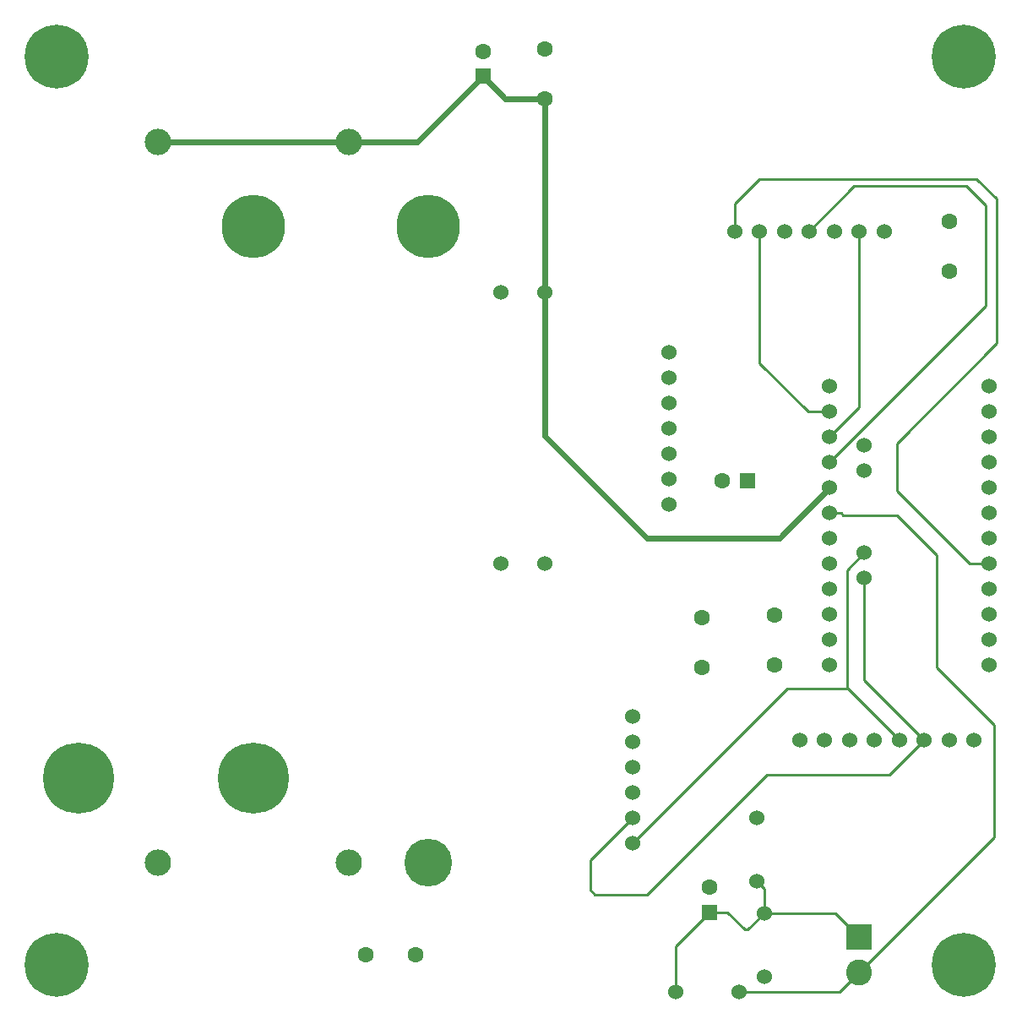
<source format=gbr>
%TF.GenerationSoftware,KiCad,Pcbnew,(5.1.7)-1*%
%TF.CreationDate,2020-11-01T17:05:04-05:00*%
%TF.ProjectId,low_current_data_logger,6c6f775f-6375-4727-9265-6e745f646174,rev?*%
%TF.SameCoordinates,Original*%
%TF.FileFunction,Copper,L1,Top*%
%TF.FilePolarity,Positive*%
%FSLAX46Y46*%
G04 Gerber Fmt 4.6, Leading zero omitted, Abs format (unit mm)*
G04 Created by KiCad (PCBNEW (5.1.7)-1) date 2020-11-01 17:05:04*
%MOMM*%
%LPD*%
G01*
G04 APERTURE LIST*
%TA.AperFunction,ComponentPad*%
%ADD10C,1.524000*%
%TD*%
%TA.AperFunction,ComponentPad*%
%ADD11C,6.350000*%
%TD*%
%TA.AperFunction,ComponentPad*%
%ADD12C,7.112000*%
%TD*%
%TA.AperFunction,ComponentPad*%
%ADD13C,2.641600*%
%TD*%
%TA.AperFunction,ComponentPad*%
%ADD14C,4.775200*%
%TD*%
%TA.AperFunction,ComponentPad*%
%ADD15C,6.400000*%
%TD*%
%TA.AperFunction,ComponentPad*%
%ADD16C,2.600000*%
%TD*%
%TA.AperFunction,ComponentPad*%
%ADD17R,2.600000X2.600000*%
%TD*%
%TA.AperFunction,ComponentPad*%
%ADD18C,1.600000*%
%TD*%
%TA.AperFunction,ComponentPad*%
%ADD19R,1.600000X1.600000*%
%TD*%
%TA.AperFunction,Conductor*%
%ADD20C,0.250000*%
%TD*%
%TA.AperFunction,Conductor*%
%ADD21C,0.600000*%
%TD*%
G04 APERTURE END LIST*
D10*
%TO.P,U6,6*%
%TO.N,+3V3*%
X112250000Y-120650000D03*
%TO.P,U6,5*%
%TO.N,Net-(U6-Pad5)*%
X112250000Y-123190000D03*
%TO.P,U6,4*%
%TO.N,GND*%
X112250000Y-125730000D03*
%TO.P,U6,3*%
%TO.N,Net-(U6-Pad3)*%
X112250000Y-128270000D03*
%TO.P,U6,2*%
%TO.N,SCL_I2C*%
X112250000Y-130810000D03*
%TO.P,U6,1*%
%TO.N,SDA_I2C*%
X112250000Y-133350000D03*
%TD*%
D11*
%TO.P,U1,5*%
%TO.N,N/C*%
X74230000Y-71560000D03*
X91756000Y-71560000D03*
D12*
X74230000Y-126805000D03*
X56754800Y-126805000D03*
D13*
%TO.P,U1,1*%
%TO.N,RAW_Battery*%
X83805800Y-63051000D03*
%TO.P,U1,2*%
X64679600Y-63051000D03*
%TO.P,U1,4*%
%TO.N,GND*%
X64679600Y-135314000D03*
%TO.P,U1,3*%
X83805800Y-135314000D03*
D14*
%TO.P,U1,5*%
%TO.N,N/C*%
X91756000Y-135314000D03*
%TD*%
D10*
%TO.P,U3,1*%
%TO.N,RAW_Battery*%
X103500000Y-78150000D03*
%TO.P,U3,2*%
%TO.N,GND*%
X99050000Y-78150000D03*
%TO.P,U3,3*%
%TO.N,Net-(U3-Pad3)*%
X115950000Y-84130000D03*
%TO.P,U3,4*%
%TO.N,Net-(U3-Pad4)*%
X115950000Y-86670000D03*
%TO.P,U3,5*%
%TO.N,GND*%
X115950000Y-89210000D03*
%TO.P,U3,6*%
%TO.N,Net-(U3-Pad6)*%
X115950000Y-91750000D03*
%TO.P,U3,7*%
%TO.N,Net-(U3-Pad7)*%
X115950000Y-94290000D03*
%TO.P,U3,8*%
%TO.N,Net-(U3-Pad8)*%
X115950000Y-96830000D03*
%TO.P,U3,9*%
%TO.N,Net-(U3-Pad9)*%
X115950000Y-99370000D03*
%TO.P,U3,10*%
%TO.N,+3V3*%
X103450000Y-105350000D03*
%TO.P,U3,11*%
%TO.N,GND*%
X99050000Y-105350000D03*
%TD*%
D15*
%TO.P,REF\u002A\u002A,1*%
%TO.N,N/C*%
X54500000Y-145500000D03*
%TD*%
%TO.P,REF\u002A\u002A,1*%
%TO.N,N/C*%
X145500000Y-145500000D03*
%TD*%
%TO.P,REF\u002A\u002A,1*%
%TO.N,N/C*%
X145500000Y-54500000D03*
%TD*%
%TO.P,REF\u002A\u002A,1*%
%TO.N,N/C*%
X54500000Y-54500000D03*
%TD*%
D10*
%TO.P,U5,7*%
%TO.N,CS_SD_SPI*%
X122500000Y-72000000D03*
%TO.P,U5,6*%
%TO.N,MOSI_SPI*%
X125000000Y-72000000D03*
%TO.P,U5,5*%
%TO.N,+3V3*%
X127500000Y-72000000D03*
%TO.P,U5,4*%
%TO.N,SCLK_SPI*%
X130000000Y-72000000D03*
%TO.P,U5,3*%
%TO.N,GND*%
X132500000Y-72000000D03*
%TO.P,U5,2*%
%TO.N,MISO_SPI*%
X135000000Y-72000000D03*
%TO.P,U5,1*%
%TO.N,Net-(U5-Pad1)*%
X137500000Y-72000000D03*
%TD*%
%TO.P,U4,28*%
%TO.N,Net-(U4-Pad28)*%
X135500000Y-93500000D03*
%TO.P,U4,27*%
%TO.N,Net-(U4-Pad27)*%
X135500000Y-96040000D03*
%TO.P,U4,26*%
%TO.N,SDA_I2C*%
X135500000Y-104210000D03*
%TO.P,U4,25*%
%TO.N,SCL_I2C*%
X135500000Y-106750000D03*
%TO.P,U4,24*%
%TO.N,Net-(U4-Pad24)*%
X132000000Y-87560000D03*
%TO.P,U4,14*%
%TO.N,GND*%
X132000000Y-112960000D03*
%TO.P,U4,17*%
%TO.N,Net-(U4-Pad17)*%
X132000000Y-105340000D03*
%TO.P,U4,15*%
%TO.N,Net-(U4-Pad15)*%
X132000000Y-110420000D03*
%TO.P,U4,19*%
%TO.N,SENSOR_SIG*%
X132000000Y-100260000D03*
%TO.P,U4,16*%
%TO.N,+3V3*%
X132000000Y-107880000D03*
%TO.P,U4,20*%
%TO.N,RAW_Battery*%
X132000000Y-97720000D03*
%TO.P,U4,21*%
%TO.N,SCLK_SPI*%
X132000000Y-95180000D03*
%TO.P,U4,22*%
%TO.N,MISO_SPI*%
X132000000Y-92640000D03*
%TO.P,U4,18*%
%TO.N,Net-(U4-Pad18)*%
X132000000Y-102800000D03*
%TO.P,U4,23*%
%TO.N,MOSI_SPI*%
X132000000Y-90100000D03*
%TO.P,U4,13*%
%TO.N,Net-(U4-Pad13)*%
X132000000Y-115500000D03*
%TO.P,U4,12*%
%TO.N,Net-(U4-Pad12)*%
X148000000Y-87560000D03*
%TO.P,U4,11*%
%TO.N,Net-(U4-Pad11)*%
X148000000Y-90100000D03*
%TO.P,U4,10*%
%TO.N,Net-(U4-Pad10)*%
X148000000Y-92640000D03*
%TO.P,U4,9*%
%TO.N,Net-(U4-Pad9)*%
X148000000Y-95180000D03*
%TO.P,U4,8*%
%TO.N,Net-(U4-Pad8)*%
X148000000Y-97720000D03*
%TO.P,U4,7*%
%TO.N,Net-(U4-Pad7)*%
X148000000Y-100260000D03*
%TO.P,U4,6*%
%TO.N,Net-(U4-Pad6)*%
X148000000Y-102800000D03*
%TO.P,U4,5*%
%TO.N,CS_SD_SPI*%
X148000000Y-105340000D03*
%TO.P,U4,4*%
%TO.N,Net-(U4-Pad4)*%
X148000000Y-107880000D03*
%TO.P,U4,3*%
%TO.N,Net-(U4-Pad3)*%
X148000000Y-110420000D03*
%TO.P,U4,2*%
%TO.N,Net-(U4-Pad2)*%
X148000000Y-112960000D03*
%TO.P,U4,1*%
%TO.N,Net-(U4-Pad1)*%
X148000000Y-115500000D03*
%TD*%
%TO.P,U2,8*%
%TO.N,Net-(U2-Pad8)*%
X129000000Y-123000000D03*
%TO.P,U2,7*%
%TO.N,Net-(U2-Pad7)*%
X131500000Y-123000000D03*
%TO.P,U2,6*%
%TO.N,Net-(U2-Pad6)*%
X134000000Y-123000000D03*
%TO.P,U2,5*%
%TO.N,Net-(U2-Pad5)*%
X136500000Y-123000000D03*
%TO.P,U2,4*%
%TO.N,SDA_I2C*%
X139000000Y-123000000D03*
%TO.P,U2,3*%
%TO.N,SCL_I2C*%
X141500000Y-123000000D03*
%TO.P,U2,2*%
%TO.N,GND*%
X144000000Y-123000000D03*
%TO.P,U2,1*%
%TO.N,+3V3*%
X146500000Y-123000000D03*
%TD*%
%TO.P,R3,2*%
%TO.N,GND*%
X124750000Y-130825000D03*
%TO.P,R3,1*%
%TO.N,Net-(C2-Pad1)*%
X124750000Y-137175000D03*
%TD*%
%TO.P,R2,2*%
%TO.N,Net-(C2-Pad1)*%
X125500000Y-140325000D03*
%TO.P,R2,1*%
%TO.N,+3V3*%
X125500000Y-146675000D03*
%TD*%
%TO.P,R1,2*%
%TO.N,SENSOR_SIG*%
X122925000Y-148250000D03*
%TO.P,R1,1*%
%TO.N,Net-(C2-Pad1)*%
X116575000Y-148250000D03*
%TD*%
D16*
%TO.P,J1,2*%
%TO.N,SENSOR_SIG*%
X135000000Y-146250000D03*
D17*
%TO.P,J1,1*%
%TO.N,Net-(C2-Pad1)*%
X135000000Y-142750000D03*
%TD*%
D18*
%TO.P,C8,2*%
%TO.N,GND*%
X85500000Y-144500000D03*
%TO.P,C8,1*%
%TO.N,+3V3*%
X90500000Y-144500000D03*
%TD*%
%TO.P,C7,2*%
%TO.N,GND*%
X144000000Y-76000000D03*
%TO.P,C7,1*%
%TO.N,+3V3*%
X144000000Y-71000000D03*
%TD*%
%TO.P,C6,2*%
%TO.N,GND*%
X119250000Y-110750000D03*
%TO.P,C6,1*%
%TO.N,+3V3*%
X119250000Y-115750000D03*
%TD*%
%TO.P,C5,2*%
%TO.N,GND*%
X121250000Y-97000000D03*
D19*
%TO.P,C5,1*%
%TO.N,+3V3*%
X123750000Y-97000000D03*
%TD*%
D18*
%TO.P,C4,2*%
%TO.N,GND*%
X103500000Y-53750000D03*
%TO.P,C4,1*%
%TO.N,RAW_Battery*%
X103500000Y-58750000D03*
%TD*%
%TO.P,C3,2*%
%TO.N,GND*%
X97250000Y-54000000D03*
D19*
%TO.P,C3,1*%
%TO.N,RAW_Battery*%
X97250000Y-56500000D03*
%TD*%
D18*
%TO.P,C2,2*%
%TO.N,GND*%
X120000000Y-137750000D03*
D19*
%TO.P,C2,1*%
%TO.N,Net-(C2-Pad1)*%
X120000000Y-140250000D03*
%TD*%
D18*
%TO.P,C1,2*%
%TO.N,GND*%
X126500000Y-115500000D03*
%TO.P,C1,1*%
%TO.N,+3V3*%
X126500000Y-110500000D03*
%TD*%
D20*
%TO.N,Net-(C2-Pad1)*%
X134075000Y-141825000D02*
X135000000Y-142750000D01*
X132575000Y-140325000D02*
X135000000Y-142750000D01*
X125500000Y-140325000D02*
X132575000Y-140325000D01*
X116575000Y-143675000D02*
X120000000Y-140250000D01*
X116575000Y-148250000D02*
X116575000Y-143675000D01*
X125425000Y-140250000D02*
X125500000Y-140325000D01*
X123825000Y-142000000D02*
X125500000Y-140325000D01*
X123500000Y-142000000D02*
X123825000Y-142000000D01*
X121750000Y-140250000D02*
X123500000Y-142000000D01*
X120000000Y-140250000D02*
X121750000Y-140250000D01*
X125500000Y-137925000D02*
X124750000Y-137175000D01*
X125500000Y-140325000D02*
X125500000Y-137925000D01*
D21*
%TO.N,RAW_Battery*%
X64679600Y-63051000D02*
X83805800Y-63051000D01*
X90699000Y-63051000D02*
X97250000Y-56500000D01*
X83805800Y-63051000D02*
X90699000Y-63051000D01*
X99500000Y-58750000D02*
X97250000Y-56500000D01*
X103500000Y-58750000D02*
X99500000Y-58750000D01*
X103500000Y-78150000D02*
X103500000Y-58750000D01*
X103500000Y-78150000D02*
X103500000Y-92500000D01*
X103500000Y-92500000D02*
X113750000Y-102750000D01*
X126970000Y-102750000D02*
X132000000Y-97720000D01*
X113750000Y-102750000D02*
X126970000Y-102750000D01*
D20*
%TO.N,SENSOR_SIG*%
X133158762Y-100260000D02*
X133398762Y-100500000D01*
X132000000Y-100260000D02*
X133158762Y-100260000D01*
X133398762Y-100500000D02*
X138750000Y-100500000D01*
X138750000Y-100500000D02*
X142750000Y-104500000D01*
X142750000Y-104500000D02*
X142750000Y-115750000D01*
X142750000Y-115750000D02*
X148500000Y-121500000D01*
X148500000Y-132750000D02*
X135000000Y-146250000D01*
X148500000Y-121500000D02*
X148500000Y-132750000D01*
X133000000Y-148250000D02*
X135000000Y-146250000D01*
X122925000Y-148250000D02*
X133000000Y-148250000D01*
%TO.N,SDA_I2C*%
X135500000Y-104210000D02*
X133750000Y-105960000D01*
X133750000Y-105960000D02*
X133750000Y-117750000D01*
X135125000Y-119125000D02*
X139000000Y-123000000D01*
X133750000Y-117750000D02*
X135125000Y-119125000D01*
X127750000Y-117850000D02*
X112250000Y-133350000D01*
X133650000Y-117850000D02*
X133750000Y-117750000D01*
X127750000Y-117850000D02*
X133650000Y-117850000D01*
%TO.N,SCL_I2C*%
X135500000Y-117000000D02*
X141500000Y-123000000D01*
X135500000Y-106750000D02*
X135500000Y-117000000D01*
X112250000Y-130810000D02*
X108000000Y-135060000D01*
X108000000Y-135060000D02*
X108000000Y-138000000D01*
X108000000Y-138000000D02*
X108500000Y-138500000D01*
X108500000Y-138500000D02*
X113750000Y-138500000D01*
X113750000Y-138500000D02*
X125750000Y-126500000D01*
X138000000Y-126500000D02*
X141500000Y-123000000D01*
X125750000Y-126500000D02*
X138000000Y-126500000D01*
%TO.N,SCLK_SPI*%
X134500000Y-67500000D02*
X130000000Y-72000000D01*
X145750000Y-67500000D02*
X134500000Y-67500000D01*
X147680000Y-69430000D02*
X145750000Y-67500000D01*
X147680000Y-79500000D02*
X147680000Y-69430000D01*
X132000000Y-95180000D02*
X147680000Y-79500000D01*
%TO.N,MISO_SPI*%
X135000000Y-89640000D02*
X135000000Y-72000000D01*
X132000000Y-92640000D02*
X135000000Y-89640000D01*
%TO.N,MOSI_SPI*%
X132000000Y-90100000D02*
X129850000Y-90100000D01*
X125000000Y-85250000D02*
X125000000Y-72000000D01*
X129850000Y-90100000D02*
X125000000Y-85250000D01*
%TO.N,CS_SD_SPI*%
X146090000Y-105340000D02*
X148000000Y-105340000D01*
X138750000Y-98000000D02*
X146090000Y-105340000D01*
X138750000Y-93250000D02*
X138750000Y-98000000D01*
X148750000Y-83250000D02*
X138750000Y-93250000D01*
X148750000Y-68750000D02*
X148750000Y-83250000D01*
X146750000Y-66750000D02*
X148750000Y-68750000D01*
X125000000Y-66750000D02*
X146750000Y-66750000D01*
X122500000Y-69250000D02*
X125000000Y-66750000D01*
X122500000Y-72000000D02*
X122500000Y-69250000D01*
%TD*%
M02*

</source>
